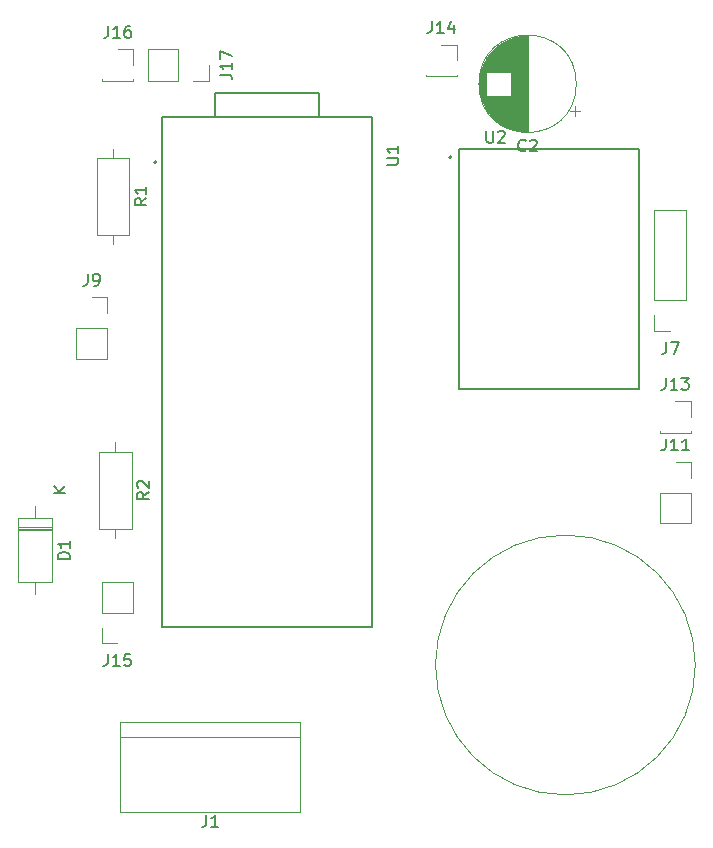
<source format=gto>
G04 #@! TF.GenerationSoftware,KiCad,Pcbnew,7.0.1*
G04 #@! TF.CreationDate,2023-04-17T10:16:54+08:00*
G04 #@! TF.ProjectId,PCB v2,50434220-7632-42e6-9b69-6361645f7063,rev?*
G04 #@! TF.SameCoordinates,Original*
G04 #@! TF.FileFunction,Legend,Top*
G04 #@! TF.FilePolarity,Positive*
%FSLAX46Y46*%
G04 Gerber Fmt 4.6, Leading zero omitted, Abs format (unit mm)*
G04 Created by KiCad (PCBNEW 7.0.1) date 2023-04-17 10:16:54*
%MOMM*%
%LPD*%
G01*
G04 APERTURE LIST*
%ADD10C,0.150000*%
%ADD11C,0.120000*%
%ADD12C,0.127000*%
%ADD13C,0.200000*%
G04 APERTURE END LIST*
D10*
X140790476Y-29492619D02*
X140790476Y-30206904D01*
X140790476Y-30206904D02*
X140742857Y-30349761D01*
X140742857Y-30349761D02*
X140647619Y-30445000D01*
X140647619Y-30445000D02*
X140504762Y-30492619D01*
X140504762Y-30492619D02*
X140409524Y-30492619D01*
X141790476Y-30492619D02*
X141219048Y-30492619D01*
X141504762Y-30492619D02*
X141504762Y-29492619D01*
X141504762Y-29492619D02*
X141409524Y-29635476D01*
X141409524Y-29635476D02*
X141314286Y-29730714D01*
X141314286Y-29730714D02*
X141219048Y-29778333D01*
X142647619Y-29825952D02*
X142647619Y-30492619D01*
X142409524Y-29445000D02*
X142171429Y-30159285D01*
X142171429Y-30159285D02*
X142790476Y-30159285D01*
X160615476Y-64842619D02*
X160615476Y-65556904D01*
X160615476Y-65556904D02*
X160567857Y-65699761D01*
X160567857Y-65699761D02*
X160472619Y-65795000D01*
X160472619Y-65795000D02*
X160329762Y-65842619D01*
X160329762Y-65842619D02*
X160234524Y-65842619D01*
X161615476Y-65842619D02*
X161044048Y-65842619D01*
X161329762Y-65842619D02*
X161329762Y-64842619D01*
X161329762Y-64842619D02*
X161234524Y-64985476D01*
X161234524Y-64985476D02*
X161139286Y-65080714D01*
X161139286Y-65080714D02*
X161044048Y-65128333D01*
X162567857Y-65842619D02*
X161996429Y-65842619D01*
X162282143Y-65842619D02*
X162282143Y-64842619D01*
X162282143Y-64842619D02*
X162186905Y-64985476D01*
X162186905Y-64985476D02*
X162091667Y-65080714D01*
X162091667Y-65080714D02*
X161996429Y-65128333D01*
X148735984Y-40417380D02*
X148688365Y-40465000D01*
X148688365Y-40465000D02*
X148545508Y-40512619D01*
X148545508Y-40512619D02*
X148450270Y-40512619D01*
X148450270Y-40512619D02*
X148307413Y-40465000D01*
X148307413Y-40465000D02*
X148212175Y-40369761D01*
X148212175Y-40369761D02*
X148164556Y-40274523D01*
X148164556Y-40274523D02*
X148116937Y-40084047D01*
X148116937Y-40084047D02*
X148116937Y-39941190D01*
X148116937Y-39941190D02*
X148164556Y-39750714D01*
X148164556Y-39750714D02*
X148212175Y-39655476D01*
X148212175Y-39655476D02*
X148307413Y-39560238D01*
X148307413Y-39560238D02*
X148450270Y-39512619D01*
X148450270Y-39512619D02*
X148545508Y-39512619D01*
X148545508Y-39512619D02*
X148688365Y-39560238D01*
X148688365Y-39560238D02*
X148735984Y-39607857D01*
X149116937Y-39607857D02*
X149164556Y-39560238D01*
X149164556Y-39560238D02*
X149259794Y-39512619D01*
X149259794Y-39512619D02*
X149497889Y-39512619D01*
X149497889Y-39512619D02*
X149593127Y-39560238D01*
X149593127Y-39560238D02*
X149640746Y-39607857D01*
X149640746Y-39607857D02*
X149688365Y-39703095D01*
X149688365Y-39703095D02*
X149688365Y-39798333D01*
X149688365Y-39798333D02*
X149640746Y-39941190D01*
X149640746Y-39941190D02*
X149069318Y-40512619D01*
X149069318Y-40512619D02*
X149688365Y-40512619D01*
X113365476Y-83082619D02*
X113365476Y-83796904D01*
X113365476Y-83796904D02*
X113317857Y-83939761D01*
X113317857Y-83939761D02*
X113222619Y-84035000D01*
X113222619Y-84035000D02*
X113079762Y-84082619D01*
X113079762Y-84082619D02*
X112984524Y-84082619D01*
X114365476Y-84082619D02*
X113794048Y-84082619D01*
X114079762Y-84082619D02*
X114079762Y-83082619D01*
X114079762Y-83082619D02*
X113984524Y-83225476D01*
X113984524Y-83225476D02*
X113889286Y-83320714D01*
X113889286Y-83320714D02*
X113794048Y-83368333D01*
X115270238Y-83082619D02*
X114794048Y-83082619D01*
X114794048Y-83082619D02*
X114746429Y-83558809D01*
X114746429Y-83558809D02*
X114794048Y-83511190D01*
X114794048Y-83511190D02*
X114889286Y-83463571D01*
X114889286Y-83463571D02*
X115127381Y-83463571D01*
X115127381Y-83463571D02*
X115222619Y-83511190D01*
X115222619Y-83511190D02*
X115270238Y-83558809D01*
X115270238Y-83558809D02*
X115317857Y-83654047D01*
X115317857Y-83654047D02*
X115317857Y-83892142D01*
X115317857Y-83892142D02*
X115270238Y-83987380D01*
X115270238Y-83987380D02*
X115222619Y-84035000D01*
X115222619Y-84035000D02*
X115127381Y-84082619D01*
X115127381Y-84082619D02*
X114889286Y-84082619D01*
X114889286Y-84082619D02*
X114794048Y-84035000D01*
X114794048Y-84035000D02*
X114746429Y-83987380D01*
X145413095Y-38777619D02*
X145413095Y-39587142D01*
X145413095Y-39587142D02*
X145460714Y-39682380D01*
X145460714Y-39682380D02*
X145508333Y-39730000D01*
X145508333Y-39730000D02*
X145603571Y-39777619D01*
X145603571Y-39777619D02*
X145794047Y-39777619D01*
X145794047Y-39777619D02*
X145889285Y-39730000D01*
X145889285Y-39730000D02*
X145936904Y-39682380D01*
X145936904Y-39682380D02*
X145984523Y-39587142D01*
X145984523Y-39587142D02*
X145984523Y-38777619D01*
X146413095Y-38872857D02*
X146460714Y-38825238D01*
X146460714Y-38825238D02*
X146555952Y-38777619D01*
X146555952Y-38777619D02*
X146794047Y-38777619D01*
X146794047Y-38777619D02*
X146889285Y-38825238D01*
X146889285Y-38825238D02*
X146936904Y-38872857D01*
X146936904Y-38872857D02*
X146984523Y-38968095D01*
X146984523Y-38968095D02*
X146984523Y-39063333D01*
X146984523Y-39063333D02*
X146936904Y-39206190D01*
X146936904Y-39206190D02*
X146365476Y-39777619D01*
X146365476Y-39777619D02*
X146984523Y-39777619D01*
X111666666Y-50892619D02*
X111666666Y-51606904D01*
X111666666Y-51606904D02*
X111619047Y-51749761D01*
X111619047Y-51749761D02*
X111523809Y-51845000D01*
X111523809Y-51845000D02*
X111380952Y-51892619D01*
X111380952Y-51892619D02*
X111285714Y-51892619D01*
X112190476Y-51892619D02*
X112380952Y-51892619D01*
X112380952Y-51892619D02*
X112476190Y-51845000D01*
X112476190Y-51845000D02*
X112523809Y-51797380D01*
X112523809Y-51797380D02*
X112619047Y-51654523D01*
X112619047Y-51654523D02*
X112666666Y-51464047D01*
X112666666Y-51464047D02*
X112666666Y-51083095D01*
X112666666Y-51083095D02*
X112619047Y-50987857D01*
X112619047Y-50987857D02*
X112571428Y-50940238D01*
X112571428Y-50940238D02*
X112476190Y-50892619D01*
X112476190Y-50892619D02*
X112285714Y-50892619D01*
X112285714Y-50892619D02*
X112190476Y-50940238D01*
X112190476Y-50940238D02*
X112142857Y-50987857D01*
X112142857Y-50987857D02*
X112095238Y-51083095D01*
X112095238Y-51083095D02*
X112095238Y-51321190D01*
X112095238Y-51321190D02*
X112142857Y-51416428D01*
X112142857Y-51416428D02*
X112190476Y-51464047D01*
X112190476Y-51464047D02*
X112285714Y-51511666D01*
X112285714Y-51511666D02*
X112476190Y-51511666D01*
X112476190Y-51511666D02*
X112571428Y-51464047D01*
X112571428Y-51464047D02*
X112619047Y-51416428D01*
X112619047Y-51416428D02*
X112666666Y-51321190D01*
X116632619Y-44486666D02*
X116156428Y-44819999D01*
X116632619Y-45058094D02*
X115632619Y-45058094D01*
X115632619Y-45058094D02*
X115632619Y-44677142D01*
X115632619Y-44677142D02*
X115680238Y-44581904D01*
X115680238Y-44581904D02*
X115727857Y-44534285D01*
X115727857Y-44534285D02*
X115823095Y-44486666D01*
X115823095Y-44486666D02*
X115965952Y-44486666D01*
X115965952Y-44486666D02*
X116061190Y-44534285D01*
X116061190Y-44534285D02*
X116108809Y-44581904D01*
X116108809Y-44581904D02*
X116156428Y-44677142D01*
X116156428Y-44677142D02*
X116156428Y-45058094D01*
X116632619Y-43534285D02*
X116632619Y-44105713D01*
X116632619Y-43819999D02*
X115632619Y-43819999D01*
X115632619Y-43819999D02*
X115775476Y-43915237D01*
X115775476Y-43915237D02*
X115870714Y-44010475D01*
X115870714Y-44010475D02*
X115918333Y-44105713D01*
X121696666Y-96712619D02*
X121696666Y-97426904D01*
X121696666Y-97426904D02*
X121649047Y-97569761D01*
X121649047Y-97569761D02*
X121553809Y-97665000D01*
X121553809Y-97665000D02*
X121410952Y-97712619D01*
X121410952Y-97712619D02*
X121315714Y-97712619D01*
X122696666Y-97712619D02*
X122125238Y-97712619D01*
X122410952Y-97712619D02*
X122410952Y-96712619D01*
X122410952Y-96712619D02*
X122315714Y-96855476D01*
X122315714Y-96855476D02*
X122220476Y-96950714D01*
X122220476Y-96950714D02*
X122125238Y-96998333D01*
X113390476Y-29892619D02*
X113390476Y-30606904D01*
X113390476Y-30606904D02*
X113342857Y-30749761D01*
X113342857Y-30749761D02*
X113247619Y-30845000D01*
X113247619Y-30845000D02*
X113104762Y-30892619D01*
X113104762Y-30892619D02*
X113009524Y-30892619D01*
X114390476Y-30892619D02*
X113819048Y-30892619D01*
X114104762Y-30892619D02*
X114104762Y-29892619D01*
X114104762Y-29892619D02*
X114009524Y-30035476D01*
X114009524Y-30035476D02*
X113914286Y-30130714D01*
X113914286Y-30130714D02*
X113819048Y-30178333D01*
X115247619Y-29892619D02*
X115057143Y-29892619D01*
X115057143Y-29892619D02*
X114961905Y-29940238D01*
X114961905Y-29940238D02*
X114914286Y-29987857D01*
X114914286Y-29987857D02*
X114819048Y-30130714D01*
X114819048Y-30130714D02*
X114771429Y-30321190D01*
X114771429Y-30321190D02*
X114771429Y-30702142D01*
X114771429Y-30702142D02*
X114819048Y-30797380D01*
X114819048Y-30797380D02*
X114866667Y-30845000D01*
X114866667Y-30845000D02*
X114961905Y-30892619D01*
X114961905Y-30892619D02*
X115152381Y-30892619D01*
X115152381Y-30892619D02*
X115247619Y-30845000D01*
X115247619Y-30845000D02*
X115295238Y-30797380D01*
X115295238Y-30797380D02*
X115342857Y-30702142D01*
X115342857Y-30702142D02*
X115342857Y-30464047D01*
X115342857Y-30464047D02*
X115295238Y-30368809D01*
X115295238Y-30368809D02*
X115247619Y-30321190D01*
X115247619Y-30321190D02*
X115152381Y-30273571D01*
X115152381Y-30273571D02*
X114961905Y-30273571D01*
X114961905Y-30273571D02*
X114866667Y-30321190D01*
X114866667Y-30321190D02*
X114819048Y-30368809D01*
X114819048Y-30368809D02*
X114771429Y-30464047D01*
X122832619Y-34009523D02*
X123546904Y-34009523D01*
X123546904Y-34009523D02*
X123689761Y-34057142D01*
X123689761Y-34057142D02*
X123785000Y-34152380D01*
X123785000Y-34152380D02*
X123832619Y-34295237D01*
X123832619Y-34295237D02*
X123832619Y-34390475D01*
X123832619Y-33009523D02*
X123832619Y-33580951D01*
X123832619Y-33295237D02*
X122832619Y-33295237D01*
X122832619Y-33295237D02*
X122975476Y-33390475D01*
X122975476Y-33390475D02*
X123070714Y-33485713D01*
X123070714Y-33485713D02*
X123118333Y-33580951D01*
X122832619Y-32676189D02*
X122832619Y-32009523D01*
X122832619Y-32009523D02*
X123832619Y-32438094D01*
X116832619Y-69366666D02*
X116356428Y-69699999D01*
X116832619Y-69938094D02*
X115832619Y-69938094D01*
X115832619Y-69938094D02*
X115832619Y-69557142D01*
X115832619Y-69557142D02*
X115880238Y-69461904D01*
X115880238Y-69461904D02*
X115927857Y-69414285D01*
X115927857Y-69414285D02*
X116023095Y-69366666D01*
X116023095Y-69366666D02*
X116165952Y-69366666D01*
X116165952Y-69366666D02*
X116261190Y-69414285D01*
X116261190Y-69414285D02*
X116308809Y-69461904D01*
X116308809Y-69461904D02*
X116356428Y-69557142D01*
X116356428Y-69557142D02*
X116356428Y-69938094D01*
X115927857Y-68985713D02*
X115880238Y-68938094D01*
X115880238Y-68938094D02*
X115832619Y-68842856D01*
X115832619Y-68842856D02*
X115832619Y-68604761D01*
X115832619Y-68604761D02*
X115880238Y-68509523D01*
X115880238Y-68509523D02*
X115927857Y-68461904D01*
X115927857Y-68461904D02*
X116023095Y-68414285D01*
X116023095Y-68414285D02*
X116118333Y-68414285D01*
X116118333Y-68414285D02*
X116261190Y-68461904D01*
X116261190Y-68461904D02*
X116832619Y-69033332D01*
X116832619Y-69033332D02*
X116832619Y-68414285D01*
X160641666Y-56632619D02*
X160641666Y-57346904D01*
X160641666Y-57346904D02*
X160594047Y-57489761D01*
X160594047Y-57489761D02*
X160498809Y-57585000D01*
X160498809Y-57585000D02*
X160355952Y-57632619D01*
X160355952Y-57632619D02*
X160260714Y-57632619D01*
X161022619Y-56632619D02*
X161689285Y-56632619D01*
X161689285Y-56632619D02*
X161260714Y-57632619D01*
X110132619Y-75018094D02*
X109132619Y-75018094D01*
X109132619Y-75018094D02*
X109132619Y-74779999D01*
X109132619Y-74779999D02*
X109180238Y-74637142D01*
X109180238Y-74637142D02*
X109275476Y-74541904D01*
X109275476Y-74541904D02*
X109370714Y-74494285D01*
X109370714Y-74494285D02*
X109561190Y-74446666D01*
X109561190Y-74446666D02*
X109704047Y-74446666D01*
X109704047Y-74446666D02*
X109894523Y-74494285D01*
X109894523Y-74494285D02*
X109989761Y-74541904D01*
X109989761Y-74541904D02*
X110085000Y-74637142D01*
X110085000Y-74637142D02*
X110132619Y-74779999D01*
X110132619Y-74779999D02*
X110132619Y-75018094D01*
X110132619Y-73494285D02*
X110132619Y-74065713D01*
X110132619Y-73779999D02*
X109132619Y-73779999D01*
X109132619Y-73779999D02*
X109275476Y-73875237D01*
X109275476Y-73875237D02*
X109370714Y-73970475D01*
X109370714Y-73970475D02*
X109418333Y-74065713D01*
X109762619Y-69461904D02*
X108762619Y-69461904D01*
X109762619Y-68890476D02*
X109191190Y-69319047D01*
X108762619Y-68890476D02*
X109334047Y-69461904D01*
X160590476Y-59692619D02*
X160590476Y-60406904D01*
X160590476Y-60406904D02*
X160542857Y-60549761D01*
X160542857Y-60549761D02*
X160447619Y-60645000D01*
X160447619Y-60645000D02*
X160304762Y-60692619D01*
X160304762Y-60692619D02*
X160209524Y-60692619D01*
X161590476Y-60692619D02*
X161019048Y-60692619D01*
X161304762Y-60692619D02*
X161304762Y-59692619D01*
X161304762Y-59692619D02*
X161209524Y-59835476D01*
X161209524Y-59835476D02*
X161114286Y-59930714D01*
X161114286Y-59930714D02*
X161019048Y-59978333D01*
X161923810Y-59692619D02*
X162542857Y-59692619D01*
X162542857Y-59692619D02*
X162209524Y-60073571D01*
X162209524Y-60073571D02*
X162352381Y-60073571D01*
X162352381Y-60073571D02*
X162447619Y-60121190D01*
X162447619Y-60121190D02*
X162495238Y-60168809D01*
X162495238Y-60168809D02*
X162542857Y-60264047D01*
X162542857Y-60264047D02*
X162542857Y-60502142D01*
X162542857Y-60502142D02*
X162495238Y-60597380D01*
X162495238Y-60597380D02*
X162447619Y-60645000D01*
X162447619Y-60645000D02*
X162352381Y-60692619D01*
X162352381Y-60692619D02*
X162066667Y-60692619D01*
X162066667Y-60692619D02*
X161971429Y-60645000D01*
X161971429Y-60645000D02*
X161923810Y-60597380D01*
X136967619Y-41636904D02*
X137777142Y-41636904D01*
X137777142Y-41636904D02*
X137872380Y-41589285D01*
X137872380Y-41589285D02*
X137920000Y-41541666D01*
X137920000Y-41541666D02*
X137967619Y-41446428D01*
X137967619Y-41446428D02*
X137967619Y-41255952D01*
X137967619Y-41255952D02*
X137920000Y-41160714D01*
X137920000Y-41160714D02*
X137872380Y-41113095D01*
X137872380Y-41113095D02*
X137777142Y-41065476D01*
X137777142Y-41065476D02*
X136967619Y-41065476D01*
X137967619Y-40065476D02*
X137967619Y-40636904D01*
X137967619Y-40351190D02*
X136967619Y-40351190D01*
X136967619Y-40351190D02*
X137110476Y-40446428D01*
X137110476Y-40446428D02*
X137205714Y-40541666D01*
X137205714Y-40541666D02*
X137253333Y-40636904D01*
D11*
X140270000Y-34010000D02*
X140270000Y-34130000D01*
X140270000Y-34130000D02*
X142930000Y-34130000D01*
X141600000Y-31470000D02*
X142930000Y-31470000D01*
X142930000Y-31470000D02*
X142930000Y-32800000D01*
X142930000Y-34010000D02*
X142930000Y-34130000D01*
X160095000Y-69420000D02*
X160095000Y-72020000D01*
X160095000Y-69420000D02*
X162755000Y-69420000D01*
X160095000Y-72020000D02*
X162755000Y-72020000D01*
X161425000Y-66820000D02*
X162755000Y-66820000D01*
X162755000Y-66820000D02*
X162755000Y-68150000D01*
X162755000Y-69420000D02*
X162755000Y-72020000D01*
X153312349Y-37115000D02*
X152512349Y-37115000D01*
X152912349Y-37515000D02*
X152912349Y-36715000D01*
X148902651Y-38880000D02*
X148902651Y-30720000D01*
X148862651Y-38880000D02*
X148862651Y-30720000D01*
X148822651Y-38880000D02*
X148822651Y-30720000D01*
X148782651Y-38879000D02*
X148782651Y-30721000D01*
X148742651Y-38877000D02*
X148742651Y-30723000D01*
X148702651Y-38876000D02*
X148702651Y-30724000D01*
X148662651Y-38874000D02*
X148662651Y-30726000D01*
X148622651Y-38871000D02*
X148622651Y-30729000D01*
X148582651Y-38868000D02*
X148582651Y-30732000D01*
X148542651Y-38865000D02*
X148542651Y-30735000D01*
X148502651Y-38861000D02*
X148502651Y-30739000D01*
X148462651Y-38857000D02*
X148462651Y-30743000D01*
X148422651Y-38852000D02*
X148422651Y-30748000D01*
X148382651Y-38848000D02*
X148382651Y-30752000D01*
X148342651Y-38842000D02*
X148342651Y-30758000D01*
X148302651Y-38837000D02*
X148302651Y-30763000D01*
X148262651Y-38830000D02*
X148262651Y-30770000D01*
X148222651Y-38824000D02*
X148222651Y-30776000D01*
X148181651Y-38817000D02*
X148181651Y-30783000D01*
X148141651Y-38810000D02*
X148141651Y-30790000D01*
X148101651Y-38802000D02*
X148101651Y-30798000D01*
X148061651Y-38794000D02*
X148061651Y-30806000D01*
X148021651Y-38785000D02*
X148021651Y-30815000D01*
X147981651Y-38776000D02*
X147981651Y-30824000D01*
X147941651Y-38767000D02*
X147941651Y-30833000D01*
X147901651Y-38757000D02*
X147901651Y-30843000D01*
X147861651Y-38747000D02*
X147861651Y-30853000D01*
X147821651Y-38736000D02*
X147821651Y-30864000D01*
X147781651Y-38725000D02*
X147781651Y-30875000D01*
X147741651Y-38714000D02*
X147741651Y-30886000D01*
X147701651Y-38702000D02*
X147701651Y-30898000D01*
X147661651Y-38689000D02*
X147661651Y-30911000D01*
X147621651Y-38677000D02*
X147621651Y-30923000D01*
X147581651Y-38663000D02*
X147581651Y-30937000D01*
X147541651Y-38650000D02*
X147541651Y-30950000D01*
X147501651Y-38635000D02*
X147501651Y-30965000D01*
X147461651Y-38621000D02*
X147461651Y-30979000D01*
X147421651Y-38605000D02*
X147421651Y-35840000D01*
X147421651Y-33760000D02*
X147421651Y-30995000D01*
X147381651Y-38590000D02*
X147381651Y-35840000D01*
X147381651Y-33760000D02*
X147381651Y-31010000D01*
X147341651Y-38574000D02*
X147341651Y-35840000D01*
X147341651Y-33760000D02*
X147341651Y-31026000D01*
X147301651Y-38557000D02*
X147301651Y-35840000D01*
X147301651Y-33760000D02*
X147301651Y-31043000D01*
X147261651Y-38540000D02*
X147261651Y-35840000D01*
X147261651Y-33760000D02*
X147261651Y-31060000D01*
X147221651Y-38522000D02*
X147221651Y-35840000D01*
X147221651Y-33760000D02*
X147221651Y-31078000D01*
X147181651Y-38504000D02*
X147181651Y-35840000D01*
X147181651Y-33760000D02*
X147181651Y-31096000D01*
X147141651Y-38486000D02*
X147141651Y-35840000D01*
X147141651Y-33760000D02*
X147141651Y-31114000D01*
X147101651Y-38466000D02*
X147101651Y-35840000D01*
X147101651Y-33760000D02*
X147101651Y-31134000D01*
X147061651Y-38447000D02*
X147061651Y-35840000D01*
X147061651Y-33760000D02*
X147061651Y-31153000D01*
X147021651Y-38427000D02*
X147021651Y-35840000D01*
X147021651Y-33760000D02*
X147021651Y-31173000D01*
X146981651Y-38406000D02*
X146981651Y-35840000D01*
X146981651Y-33760000D02*
X146981651Y-31194000D01*
X146941651Y-38384000D02*
X146941651Y-35840000D01*
X146941651Y-33760000D02*
X146941651Y-31216000D01*
X146901651Y-38362000D02*
X146901651Y-35840000D01*
X146901651Y-33760000D02*
X146901651Y-31238000D01*
X146861651Y-38340000D02*
X146861651Y-35840000D01*
X146861651Y-33760000D02*
X146861651Y-31260000D01*
X146821651Y-38317000D02*
X146821651Y-35840000D01*
X146821651Y-33760000D02*
X146821651Y-31283000D01*
X146781651Y-38293000D02*
X146781651Y-35840000D01*
X146781651Y-33760000D02*
X146781651Y-31307000D01*
X146741651Y-38269000D02*
X146741651Y-35840000D01*
X146741651Y-33760000D02*
X146741651Y-31331000D01*
X146701651Y-38244000D02*
X146701651Y-35840000D01*
X146701651Y-33760000D02*
X146701651Y-31356000D01*
X146661651Y-38218000D02*
X146661651Y-35840000D01*
X146661651Y-33760000D02*
X146661651Y-31382000D01*
X146621651Y-38192000D02*
X146621651Y-35840000D01*
X146621651Y-33760000D02*
X146621651Y-31408000D01*
X146581651Y-38165000D02*
X146581651Y-35840000D01*
X146581651Y-33760000D02*
X146581651Y-31435000D01*
X146541651Y-38138000D02*
X146541651Y-35840000D01*
X146541651Y-33760000D02*
X146541651Y-31462000D01*
X146501651Y-38109000D02*
X146501651Y-35840000D01*
X146501651Y-33760000D02*
X146501651Y-31491000D01*
X146461651Y-38080000D02*
X146461651Y-35840000D01*
X146461651Y-33760000D02*
X146461651Y-31520000D01*
X146421651Y-38050000D02*
X146421651Y-35840000D01*
X146421651Y-33760000D02*
X146421651Y-31550000D01*
X146381651Y-38020000D02*
X146381651Y-35840000D01*
X146381651Y-33760000D02*
X146381651Y-31580000D01*
X146341651Y-37989000D02*
X146341651Y-35840000D01*
X146341651Y-33760000D02*
X146341651Y-31611000D01*
X146301651Y-37956000D02*
X146301651Y-35840000D01*
X146301651Y-33760000D02*
X146301651Y-31644000D01*
X146261651Y-37924000D02*
X146261651Y-35840000D01*
X146261651Y-33760000D02*
X146261651Y-31676000D01*
X146221651Y-37890000D02*
X146221651Y-35840000D01*
X146221651Y-33760000D02*
X146221651Y-31710000D01*
X146181651Y-37855000D02*
X146181651Y-35840000D01*
X146181651Y-33760000D02*
X146181651Y-31745000D01*
X146141651Y-37819000D02*
X146141651Y-35840000D01*
X146141651Y-33760000D02*
X146141651Y-31781000D01*
X146101651Y-37783000D02*
X146101651Y-35840000D01*
X146101651Y-33760000D02*
X146101651Y-31817000D01*
X146061651Y-37745000D02*
X146061651Y-35840000D01*
X146061651Y-33760000D02*
X146061651Y-31855000D01*
X146021651Y-37707000D02*
X146021651Y-35840000D01*
X146021651Y-33760000D02*
X146021651Y-31893000D01*
X145981651Y-37667000D02*
X145981651Y-35840000D01*
X145981651Y-33760000D02*
X145981651Y-31933000D01*
X145941651Y-37626000D02*
X145941651Y-35840000D01*
X145941651Y-33760000D02*
X145941651Y-31974000D01*
X145901651Y-37584000D02*
X145901651Y-35840000D01*
X145901651Y-33760000D02*
X145901651Y-32016000D01*
X145861651Y-37541000D02*
X145861651Y-35840000D01*
X145861651Y-33760000D02*
X145861651Y-32059000D01*
X145821651Y-37497000D02*
X145821651Y-35840000D01*
X145821651Y-33760000D02*
X145821651Y-32103000D01*
X145781651Y-37451000D02*
X145781651Y-35840000D01*
X145781651Y-33760000D02*
X145781651Y-32149000D01*
X145741651Y-37404000D02*
X145741651Y-35840000D01*
X145741651Y-33760000D02*
X145741651Y-32196000D01*
X145701651Y-37356000D02*
X145701651Y-35840000D01*
X145701651Y-33760000D02*
X145701651Y-32244000D01*
X145661651Y-37305000D02*
X145661651Y-35840000D01*
X145661651Y-33760000D02*
X145661651Y-32295000D01*
X145621651Y-37254000D02*
X145621651Y-35840000D01*
X145621651Y-33760000D02*
X145621651Y-32346000D01*
X145581651Y-37200000D02*
X145581651Y-35840000D01*
X145581651Y-33760000D02*
X145581651Y-32400000D01*
X145541651Y-37145000D02*
X145541651Y-35840000D01*
X145541651Y-33760000D02*
X145541651Y-32455000D01*
X145501651Y-37087000D02*
X145501651Y-35840000D01*
X145501651Y-33760000D02*
X145501651Y-32513000D01*
X145461651Y-37028000D02*
X145461651Y-35840000D01*
X145461651Y-33760000D02*
X145461651Y-32572000D01*
X145421651Y-36966000D02*
X145421651Y-35840000D01*
X145421651Y-33760000D02*
X145421651Y-32634000D01*
X145381651Y-36902000D02*
X145381651Y-35840000D01*
X145381651Y-33760000D02*
X145381651Y-32698000D01*
X145341651Y-36834000D02*
X145341651Y-32766000D01*
X145301651Y-36764000D02*
X145301651Y-32836000D01*
X145261651Y-36690000D02*
X145261651Y-32910000D01*
X145221651Y-36613000D02*
X145221651Y-32987000D01*
X145181651Y-36531000D02*
X145181651Y-33069000D01*
X145141651Y-36445000D02*
X145141651Y-33155000D01*
X145101651Y-36352000D02*
X145101651Y-33248000D01*
X145061651Y-36253000D02*
X145061651Y-33347000D01*
X145021651Y-36146000D02*
X145021651Y-33454000D01*
X144981651Y-36029000D02*
X144981651Y-33571000D01*
X144941651Y-35898000D02*
X144941651Y-33702000D01*
X144901651Y-35748000D02*
X144901651Y-33852000D01*
X144861651Y-35568000D02*
X144861651Y-34032000D01*
X144821651Y-35333000D02*
X144821651Y-34267000D01*
X153022651Y-34800000D02*
G75*
G03*
X153022651Y-34800000I-4120000J0D01*
G01*
X115505000Y-79580000D02*
X115505000Y-76980000D01*
X115505000Y-79580000D02*
X112845000Y-79580000D01*
X115505000Y-76980000D02*
X112845000Y-76980000D01*
X114175000Y-82180000D02*
X112845000Y-82180000D01*
X112845000Y-82180000D02*
X112845000Y-80850000D01*
X112845000Y-79580000D02*
X112845000Y-76980000D01*
D12*
X143130000Y-40290000D02*
X158370000Y-40290000D01*
X143130000Y-60610000D02*
X143130000Y-40290000D01*
X158370000Y-40290000D02*
X158370000Y-60610000D01*
X158370000Y-60610000D02*
X143130000Y-60610000D01*
D13*
X142450000Y-41000000D02*
G75*
G03*
X142450000Y-41000000I-100000J0D01*
G01*
D11*
X110670000Y-55470000D02*
X110670000Y-58070000D01*
X110670000Y-55470000D02*
X113330000Y-55470000D01*
X110670000Y-58070000D02*
X113330000Y-58070000D01*
X112000000Y-52870000D02*
X113330000Y-52870000D01*
X113330000Y-52870000D02*
X113330000Y-54200000D01*
X113330000Y-55470000D02*
X113330000Y-58070000D01*
X113800000Y-40280000D02*
X113800000Y-41050000D01*
X115170000Y-41050000D02*
X112430000Y-41050000D01*
X112430000Y-41050000D02*
X112430000Y-47590000D01*
X115170000Y-47590000D02*
X115170000Y-41050000D01*
X112430000Y-47590000D02*
X115170000Y-47590000D01*
X113800000Y-48360000D02*
X113800000Y-47590000D01*
X129620000Y-96410000D02*
X114380000Y-96410000D01*
X129620000Y-90060000D02*
X114380000Y-90060000D01*
X129620000Y-88790000D02*
X129620000Y-96410000D01*
X129620000Y-88790000D02*
X114380000Y-88790000D01*
X114380000Y-88790000D02*
X114380000Y-96410000D01*
X112870000Y-34410000D02*
X112870000Y-34530000D01*
X112870000Y-34530000D02*
X115530000Y-34530000D01*
X114200000Y-31870000D02*
X115530000Y-31870000D01*
X115530000Y-31870000D02*
X115530000Y-33200000D01*
X115530000Y-34410000D02*
X115530000Y-34530000D01*
X119330000Y-31870000D02*
X116730000Y-31870000D01*
X119330000Y-31870000D02*
X119330000Y-34530000D01*
X116730000Y-31870000D02*
X116730000Y-34530000D01*
X121930000Y-33200000D02*
X121930000Y-34530000D01*
X121930000Y-34530000D02*
X120600000Y-34530000D01*
X119330000Y-34530000D02*
X116730000Y-34530000D01*
X163100000Y-84000000D02*
G75*
G03*
X163100000Y-84000000I-11000000J0D01*
G01*
X114000000Y-65160000D02*
X114000000Y-65930000D01*
X115370000Y-65930000D02*
X112630000Y-65930000D01*
X112630000Y-65930000D02*
X112630000Y-72470000D01*
X115370000Y-72470000D02*
X115370000Y-65930000D01*
X112630000Y-72470000D02*
X115370000Y-72470000D01*
X114000000Y-73240000D02*
X114000000Y-72470000D01*
X162305000Y-53130000D02*
X162305000Y-45450000D01*
X162305000Y-53130000D02*
X159645000Y-53130000D01*
X162305000Y-45450000D02*
X159645000Y-45450000D01*
X160975000Y-55730000D02*
X159645000Y-55730000D01*
X159645000Y-55730000D02*
X159645000Y-54400000D01*
X159645000Y-53130000D02*
X159645000Y-45450000D01*
X107200000Y-70540000D02*
X107200000Y-71560000D01*
X108670000Y-71560000D02*
X105730000Y-71560000D01*
X105730000Y-71560000D02*
X105730000Y-77000000D01*
X108670000Y-72340000D02*
X105730000Y-72340000D01*
X108670000Y-72460000D02*
X105730000Y-72460000D01*
X108670000Y-72580000D02*
X105730000Y-72580000D01*
X108670000Y-77000000D02*
X108670000Y-71560000D01*
X105730000Y-77000000D02*
X108670000Y-77000000D01*
X107200000Y-78020000D02*
X107200000Y-77000000D01*
X160070000Y-64210000D02*
X160070000Y-64330000D01*
X160070000Y-64330000D02*
X162730000Y-64330000D01*
X161400000Y-61670000D02*
X162730000Y-61670000D01*
X162730000Y-61670000D02*
X162730000Y-63000000D01*
X162730000Y-64210000D02*
X162730000Y-64330000D01*
D12*
X131270000Y-35610000D02*
X122470000Y-35610000D01*
X122470000Y-35610000D02*
X122470000Y-37610000D01*
X135755000Y-37610000D02*
X131270000Y-37610000D01*
X131270000Y-37610000D02*
X131270000Y-35610000D01*
X131270000Y-37610000D02*
X122470000Y-37610000D01*
X122470000Y-37610000D02*
X117985000Y-37610000D01*
X117985000Y-37610000D02*
X117985000Y-80790000D01*
X135755000Y-80790000D02*
X135755000Y-37610000D01*
X117985000Y-80790000D02*
X135755000Y-80790000D01*
D13*
X117470000Y-41420000D02*
G75*
G03*
X117470000Y-41420000I-100000J0D01*
G01*
M02*

</source>
